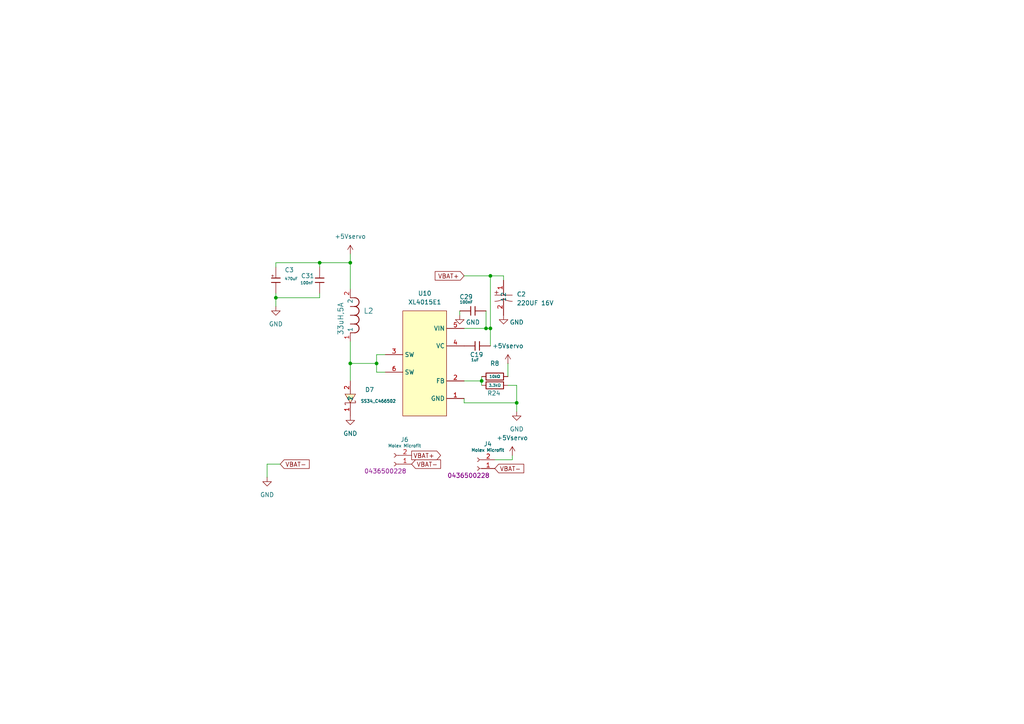
<source format=kicad_sch>
(kicad_sch (version 20250114) (generator "eeschema") (generator_version "9.0")
  (paper "A4")
  (lib_symbols
    (symbol "0402,1uF_2" (pin_numbers (hide yes)) (pin_names (offset 0))
      (property "Reference" "C" (at 2.032 1.668 0))
      (property "Value" "1uF" (at 2.032 -0.3782 0))
      (property "Voltage Rated" "25V" (at 2.032 -2.0462 0))
      (symbol "0402,1uF_2_0_1"
        (polyline (pts (xy -1.27 0.635) (xy 1.27 0.635)) (stroke (width 0.254)))
        (polyline (pts (xy -1.27 -0.635) (xy 1.27 -0.635)) (stroke (width 0.254)))
      )
      (symbol "0402,1uF_2_1_1"
        (pin passive line (at 0 3.81 270) (length 3.175) (name "~") (number "1"))
        (pin passive line (at 0 -3.81 90) (length 3.175) (name "~") (number "2"))
      )
    )
    (symbol "33uHcoil:2107-H-RC" (pin_names (offset 0.254))
      (property "Reference" "L" (at 6.985 5.08 0))
      (property "Value" "2107-H-RC" (at 6.985 -2.54 0))
      (symbol "2107-H-RC_1_1"
        (polyline (pts (xy 2.54 0) (xy 2.54 1.27)) (stroke (width 0.2032)))
        (arc (start 2.54 1.27) (mid 3.81 2.5344) (end 5.08 1.27) (stroke (width 0.254)))
        (polyline (pts (xy 5.08 0) (xy 5.08 1.27)) (stroke (width 0.2032)))
        (arc (start 5.08 1.27) (mid 6.35 2.5344) (end 7.62 1.27) (stroke (width 0.254)))
        (polyline (pts (xy 7.62 0) (xy 7.62 1.27)) (stroke (width 0.2032)))
        (arc (start 7.62 1.27) (mid 8.89 2.5344) (end 10.16 1.27) (stroke (width 0.254)))
        (polyline (pts (xy 10.16 0) (xy 10.16 1.27)) (stroke (width 0.2032)))
        (arc (start 10.16 1.27) (mid 11.43 2.5344) (end 12.7 1.27) (stroke (width 0.254)))
        (polyline (pts (xy 12.7 0) (xy 12.7 1.27)) (stroke (width 0.2032)))
        (pin unspecified line (at 0 0 0) (length 2.54) (name "2") (number "2"))
        (pin unspecified line (at 15.24 0 180) (length 2.54) (name "1") (number "1"))
      )
      (symbol "2107-H-RC_1_2"
        (arc (start -1.27 10.16) (mid -2.5344 11.43) (end -1.27 12.7) (stroke (width 0.254)))
        (arc (start -1.27 7.62) (mid -2.5344 8.89) (end -1.27 10.16) (stroke (width 0.254)))
        (arc (start -1.27 5.08) (mid -2.5344 6.35) (end -1.27 7.62) (stroke (width 0.254)))
        (arc (start -1.27 2.54) (mid -2.5344 3.81) (end -1.27 5.08) (stroke (width 0.254)))
        (polyline (pts (xy 0 12.7) (xy -1.27 12.7)) (stroke (width 0.2032)))
        (polyline (pts (xy 0 10.16) (xy -1.27 10.16)) (stroke (width 0.2032)))
        (polyline (pts (xy 0 7.62) (xy -1.27 7.62)) (stroke (width 0.2032)))
        (polyline (pts (xy 0 5.08) (xy -1.27 5.08)) (stroke (width 0.2032)))
        (polyline (pts (xy 0 2.54) (xy -1.27 2.54)) (stroke (width 0.2032)))
        (pin unspecified line (at 0 15.24 270) (length 2.54) (name "1") (number "1"))
        (pin unspecified line (at 0 0 90) (length 2.54) (name "2") (number "2"))
      )
    )
    (symbol "Connector:Conn_01x02_Socket" (pin_names (offset 1.016) (hide yes))
      (property "Reference" "J" (at 0 2.54 0))
      (property "Value" "Conn_01x02_Socket" (at 0 -5.08 0))
      (symbol "Conn_01x02_Socket_1_1"
        (polyline (pts (xy -1.27 0) (xy -0.508 0)) (stroke (width 0.1524)))
        (polyline (pts (xy -1.27 -2.54) (xy -0.508 -2.54)) (stroke (width 0.1524)))
        (arc (start 0 -0.508) (mid -0.5058 0) (end 0 0.508) (stroke (width 0.1524)))
        (arc (start 0 -3.048) (mid -0.5058 -2.54) (end 0 -2.032) (stroke (width 0.1524)))
        (pin passive line (at -5.08 0 0) (length 3.81) (name "Pin_1") (number "1"))
        (pin passive line (at -5.08 -2.54 0) (length 3.81) (name "Pin_2") (number "2"))
      )
    )
    (symbol "EasyEDA:220UF16V铝电解电容"
      (property "Reference" "C2" (at 3.81 1.0161 0))
      (property "Value" "220UF 16V" (at 3.81 -1.5239 0))
      (symbol "220UF16V铝电解电容_0_1"
        (rectangle (start -2.54 1.52) (end -1.52 1.52) (fill (type background)))
        (polyline (pts (xy -2.54 0.76) (xy 2.54 0.76)))
        (arc (start 0 -0.25) (mid -1.2064 -0.8447) (end -2.54 -1.02))
        (rectangle (start -2.03 2.03) (end -2.03 1.02) (fill (type background)))
        (arc (start 2.54 -1.02) (mid 1.206 -0.8462) (end 0 -0.25))
        (pin unspecified line (at 0 5.08 270) (length 4.318) (name "1") (number "1"))
        (pin unspecified line (at 0 -5.08 90) (length 4.826) (name "2") (number "2"))
      )
    )
    (symbol "EasyEDA:SS34_C466502"
      (property "Reference" "D" (at 0 5.08 0))
      (property "Value" "SS34_C466502" (at 0 -5.08 0))
      (symbol "SS34_C466502_0_1"
        (polyline (pts (xy -1.27 1.52) (xy -1.78 1.52) (xy -1.78 1.27)))
        (polyline (pts (xy -1.27 -1.52) (xy -1.27 1.52)))
        (polyline (pts (xy -1.27 -1.52) (xy -0.76 -1.52) (xy -0.76 -1.27)))
        (polyline (pts (xy 1.27 1.52) (xy -1.27 0) (xy 1.27 -1.52) (xy 1.27 1.52)) (fill (type background)))
        (pin unspecified line (at -5.08 0 0) (length 3.81) (name "1") (number "1"))
        (pin unspecified line (at 5.08 0 180) (length 3.81) (name "2") (number "2"))
      )
    )
    (symbol "EasyEDA:XL4015E1"
      (property "Reference" "U" (at 0 15.24 0))
      (property "Value" "XL4015E1" (at 0 -15.24 0))
      (symbol "XL4015E1_0_1"
        (rectangle (start -6.35 15.24) (end 6.35 -15.24) (fill (type background)))
        (pin unspecified line (at -11.43 2.54 0) (length 5.08) (name "SW") (number "3"))
        (pin unspecified line (at -11.43 -2.54 0) (length 5.08) (name "SW") (number "6"))
        (pin unspecified line (at 11.43 10.16 180) (length 5.08) (name "VIN") (number "5"))
        (pin unspecified line (at 11.43 5.08 180) (length 5.08) (name "VC") (number "4"))
        (pin unspecified line (at 11.43 -5.08 180) (length 5.08) (name "FB") (number "2"))
        (pin unspecified line (at 11.43 -10.16 180) (length 5.08) (name "GND") (number "1"))
      )
    )
    (symbol "PCM_JLCPCB-Capacitors:0402,100nF" (pin_numbers (hide yes)) (pin_names (offset 0))
      (property "Reference" "C" (at 2.032 1.668 0))
      (property "Value" "100nF" (at 2.032 -0.3782 0))
      (property "Voltage Rated" "16V" (at 2.032 -2.0462 0))
      (symbol "0402,100nF_0_1"
        (polyline (pts (xy -1.27 0.635) (xy 1.27 0.635)) (stroke (width 0.254)))
        (polyline (pts (xy -1.27 -0.635) (xy 1.27 -0.635)) (stroke (width 0.254)))
      )
      (symbol "0402,100nF_1_1"
        (pin passive line (at 0 3.81 270) (length 3.175) (name "~") (number "1"))
        (pin passive line (at 0 -3.81 90) (length 3.175) (name "~") (number "2"))
      )
    )
    (symbol "PCM_JLCPCB-Capacitors:Plugin,D10xL16mm,470uF" (pin_numbers (hide yes)) (pin_names (offset 0))
      (property "Reference" "C" (at 2.032 1.668 0))
      (property "Value" "470uF" (at 2.032 -0.3782 0))
      (property "Voltage Rated" "50V" (at 2.032 -2.0462 0))
      (symbol "Plugin,D10xL16mm,470uF_0_1"
        (polyline (pts (xy -1.27 1.27) (xy -0.635 1.27)) (stroke (width 0.127)))
        (polyline (pts (xy -1.27 0.635) (xy 1.27 0.635)) (stroke (width 0.254)))
        (polyline (pts (xy -1.27 -0.635) (xy 1.27 -0.635)) (stroke (width 0.254)))
        (polyline (pts (xy -0.9525 1.5875) (xy -0.9525 0.9525)) (stroke (width 0.127)))
      )
      (symbol "Plugin,D10xL16mm,470uF_1_1"
        (pin passive line (at 0 3.81 270) (length 3.175) (name "~") (number "1"))
        (pin passive line (at 0 -3.81 90) (length 3.175) (name "~") (number "2"))
      )
    )
    (symbol "PCM_JLCPCB-Resistors:0603,10kΩ" (pin_numbers (hide yes)) (pin_names (offset 0))
      (property "Reference" "R" (at 1.778 0 0))
      (property "Value" "10kΩ" (at 0 0 90))
      (symbol "0603,10kΩ_0_1"
        (rectangle (start -1.016 2.54) (end 1.016 -2.54) (stroke (width 0.254)))
      )
      (symbol "0603,10kΩ_1_1"
        (pin passive line (at 0 3.81 270) (length 1.27) (name "~") (number "1"))
        (pin passive line (at 0 -3.81 90) (length 1.27) (name "~") (number "2"))
      )
    )
    (symbol "PCM_JLCPCB-Resistors:0603,3.3kΩ" (pin_numbers (hide yes)) (pin_names (offset 0))
      (property "Reference" "R" (at 1.778 0 0))
      (property "Value" "3.3kΩ" (at 0 0 90))
      (symbol "0603,3.3kΩ_0_1"
        (rectangle (start -1.016 2.54) (end 1.016 -2.54) (stroke (width 0.254)))
      )
      (symbol "0603,3.3kΩ_1_1"
        (pin passive line (at 0 3.81 270) (length 1.27) (name "~") (number "1"))
        (pin passive line (at 0 -3.81 90) (length 1.27) (name "~") (number "2"))
      )
    )
    (symbol "power:+5V" (power) (pin_numbers (hide yes)) (pin_names (offset 0) (hide yes))
      (property "Value" "+5V" (at 0 3.556 0))
      (symbol "+5V_0_1"
        (polyline (pts (xy -0.762 1.27) (xy 0 2.54)))
        (polyline (pts (xy 0 2.54) (xy 0.762 1.27)))
        (polyline (pts (xy 0 0) (xy 0 2.54)))
      )
      (symbol "+5V_1_1"
        (pin power_in line (at 0 0 90) (length 0) (name "~") (number "1"))
      )
    )
    (symbol "power:GND" (power) (pin_numbers (hide yes)) (pin_names (offset 0) (hide yes))
      (property "Value" "GND" (at 0 -3.81 0))
      (symbol "GND_0_1"
        (polyline (pts (xy 0 0) (xy 0 -1.27) (xy 1.27 -1.27) (xy 0 -2.54) (xy -1.27 -1.27) (xy 0 -1.27)))
      )
      (symbol "GND_1_1"
        (pin power_in line (at 0 0 270) (length 0) (name "~") (number "1"))
      )
    )
  )
  (junction (at 142.24 95.25))
  (junction (at 149.86 116.84))
  (junction (at 101.6 76.2))
  (junction (at 142.24 80.01))
  (junction (at 80.01 86.36))
  (junction (at 109.22 105.41))
  (junction (at 92.71 76.2))
  (junction (at 140.97 95.25))
  (junction (at 101.6 105.41))
  (junction (at 139.7 110.49))
  (wire (pts (xy 143.51 133.35) (xy 148.59 133.35)))
  (wire (pts (xy 142.24 80.01) (xy 142.24 95.25)))
  (wire (pts (xy 146.05 81.28) (xy 146.05 80.01)))
  (wire (pts (xy 101.6 83.82) (xy 101.6 76.2)))
  (wire (pts (xy 148.59 133.35) (xy 148.59 132.08)))
  (wire (pts (xy 101.6 105.41) (xy 109.22 105.41)))
  (wire (pts (xy 80.01 86.36) (xy 80.01 88.9)))
  (wire (pts (xy 109.22 105.41) (xy 109.22 107.95)))
  (wire (pts (xy 77.47 134.62) (xy 77.47 138.43)))
  (wire (pts (xy 111.76 102.87) (xy 109.22 102.87)))
  (wire (pts (xy 140.97 95.25) (xy 142.24 95.25)))
  (wire (pts (xy 134.62 80.01) (xy 142.24 80.01)))
  (wire (pts (xy 146.05 80.01) (xy 142.24 80.01)))
  (wire (pts (xy 140.97 90.17) (xy 140.97 95.25)))
  (wire (pts (xy 80.01 86.36) (xy 80.01 85.09)))
  (wire (pts (xy 81.28 134.62) (xy 77.47 134.62)))
  (wire (pts (xy 109.22 107.95) (xy 111.76 107.95)))
  (wire (pts (xy 101.6 76.2) (xy 101.6 73.66)))
  (wire (pts (xy 147.32 105.41) (xy 147.32 109.22)))
  (wire (pts (xy 139.7 110.49) (xy 134.62 110.49)))
  (wire (pts (xy 92.71 76.2) (xy 101.6 76.2)))
  (wire (pts (xy 133.35 90.17) (xy 133.35 91.44)))
  (wire (pts (xy 92.71 76.2) (xy 92.71 77.47)))
  (wire (pts (xy 142.24 95.25) (xy 142.24 100.33)))
  (wire (pts (xy 101.6 99.06) (xy 101.6 105.41)))
  (wire (pts (xy 80.01 76.2) (xy 92.71 76.2)))
  (wire (pts (xy 139.7 109.22) (xy 139.7 110.49)))
  (wire (pts (xy 147.32 111.76) (xy 149.86 111.76)))
  (wire (pts (xy 101.6 105.41) (xy 101.6 110.49)))
  (wire (pts (xy 92.71 86.36) (xy 92.71 85.09)))
  (wire (pts (xy 139.7 110.49) (xy 139.7 111.76)))
  (wire (pts (xy 149.86 111.76) (xy 149.86 116.84)))
  (wire (pts (xy 134.62 95.25) (xy 140.97 95.25)))
  (wire (pts (xy 149.86 116.84) (xy 149.86 119.38)))
  (wire (pts (xy 134.62 116.84) (xy 149.86 116.84)))
  (wire (pts (xy 80.01 86.36) (xy 92.71 86.36)))
  (wire (pts (xy 80.01 77.47) (xy 80.01 76.2)))
  (wire (pts (xy 134.62 116.84) (xy 134.62 115.57)))
  (wire (pts (xy 109.22 102.87) (xy 109.22 105.41)))
  (global_label "VBAT-" (shape input) (at 81.28 134.62 0) (property "Intersheetrefs" "${INTERSHEET_REFS}" (effects (hide yes))))
  (global_label "VBAT-" (shape input) (at 143.51 135.89 0) (property "Intersheetrefs" "${INTERSHEET_REFS}" (effects (hide yes))))
  (global_label "VBAT+" (shape output) (at 119.38 132.08 0) (property "Intersheetrefs" "${INTERSHEET_REFS}" (effects (hide yes))))
  (global_label "VBAT+" (shape input) (at 134.62 80.01 180) (property "Intersheetrefs" "${INTERSHEET_REFS}" (effects (hide yes))))
  (global_label "VBAT-" (shape input) (at 119.38 134.62 0) (property "Intersheetrefs" "${INTERSHEET_REFS}" (effects (hide yes))))
  (symbol (lib_id "PCM_JLCPCB-Resistors:0603,10kΩ") (at 143.51 109.22 90) (unit 1)
    (property "Reference" "R8" (at 143.51 105.41 90))
    (property "Value" "10kΩ" (at 143.51 109.22 90) (effects (font (size 0.8 0.8))))
    (property "Footprint" "PCM_JLCPCB:R_0603" (effects (hide yes)))
    (property "Datasheet" "https://www.lcsc.com/datasheet/lcsc_datasheet_2206010045_UNI-ROYAL-Uniroyal-Elec-0603WAF1002T5E_C25804.pdf" (effects (hide yes)))
    (property "Description" "100mW Thick Film Resistors 75V ±100ppm/°C ±1% 10kΩ 0603 Chip Resistor - Surface Mount ROHS" (effects (hide yes)))
    (property "LCSC" "C25804" (effects (hide yes)))
    (property "Stock" "28829731" (effects (hide yes)))
    (property "Price" "0.004USD" (effects (hide yes)))
    (property "Process" "SMT" (effects (hide yes)))
    (property "Minimum Qty" "20" (effects (hide yes)))
    (property "Attrition Qty" "10" (effects (hide yes)))
    (property "Class" "Basic Component" (effects (hide yes)))
    (property "Category" "Resistors,Chip Resistor - Surface Mount" (effects (hide yes)))
    (property "Manufacturer" "UNI-ROYAL(Uniroyal Elec)" (effects (hide yes)))
    (property "Part" "0603WAF1002T5E" (effects (hide yes)))
    (property "Resistance" "10kΩ" (effects (hide yes)))
    (property "Power(Watts)" "100mW" (effects (hide yes)))
    (property "Type" "Thick Film Resistors" (effects (hide yes)))
    (property "Overload Voltage (Max)" "75V" (effects (hide yes)))
    (property "Operating Temperature Range" "-55°C~+155°C" (effects (hide yes)))
    (property "Tolerance" "±1%" (effects (hide yes)))
    (property "Temperature Coefficient" "±100ppm/°C" (effects (hide yes)))
  )
  (symbol (lib_id "power:+5V") (at 147.32 105.41 0) (unit 1)
    (property "Reference" "#PWR06" (effects (hide yes)))
    (property "Value" "+5Vservo" (at 147.32 100.33 0))
    (property "Description" "Power symbol creates a global label with name \"+5V\"" (effects (hide yes)))
  )
  (symbol (lib_name "0402,1uF_2") (lib_id "PCM_JLCPCB-Capacitors:0402,1uF") (at 138.43 100.33 90) (unit 1)
    (property "Reference" "C19" (at 140.208 102.87 90) (effects (justify left)))
    (property "Value" "1uF" (at 138.938 104.394 90) (effects (font (size 0.8 0.8)) (justify left)))
    (property "Footprint" "PCM_JLCPCB:C_0603" (effects (hide yes)))
    (property "Datasheet" "https://www.lcsc.com/datasheet/lcsc_datasheet_2304140030_Samsung-Electro-Mechanics-CL05A105KA5NQNC_C52923.pdf" (effects (hide yes)))
    (property "Description" "25V 1uF X5R ±10% 0402 Multilayer Ceramic Capacitors MLCC - SMD/SMT ROHS" (effects (hide yes)))
    (property "LCSC" "C52923" (effects (hide yes)))
    (property "Stock" "4952869" (effects (hide yes)))
    (property "Price" "0.006USD" (effects (hide yes)))
    (property "Process" "SMT" (effects (hide yes)))
    (property "Minimum Qty" "20" (effects (hide yes)))
    (property "Attrition Qty" "10" (effects (hide yes)))
    (property "Class" "Basic Component" (effects (hide yes)))
    (property "Category" "Capacitors,Multilayer Ceramic Capacitors MLCC - SMD/SMT" (effects (hide yes)))
    (property "Manufacturer" "Samsung Electro-Mechanics" (effects (hide yes)))
    (property "Part" "CL05A105KA5NQNC" (effects (hide yes)))
    (property "Voltage Rated" "25V" (effects (hide yes)))
    (property "Tolerance" "±10%" (effects (hide yes)))
    (property "Capacitance" "1uF" (effects (hide yes)))
    (property "Temperature Coefficient" "X5R" (effects (hide yes)))
    (property "name" "GRM155R70J105KA12D" (effects (hide yes)))
    (property "Digikey Parts" "CL10B105KO8NNNC" (effects (hide yes)))
  )
  (symbol (lib_id "power:+5V") (at 148.59 132.08 0) (unit 1)
    (property "Reference" "#PWR035" (effects (hide yes)))
    (property "Value" "+5Vservo" (at 148.59 127 0))
    (property "Description" "Power symbol creates a global label with name \"+5V\"" (effects (hide yes)))
  )
  (symbol (lib_id "PCM_JLCPCB-Capacitors:0402,100nF") (at 137.16 90.17 90) (unit 1)
    (property "Reference" "C29" (at 137.16 86.106 90) (effects (justify left)))
    (property "Value" "100nF" (at 137.16 87.63 90) (effects (font (size 0.8 0.8)) (justify left)))
    (property "Footprint" "PCM_JLCPCB:C_0603" (effects (hide yes)))
    (property "Datasheet" "https://www.lcsc.com/datasheet/lcsc_datasheet_2304140030_Samsung-Electro-Mechanics-CL05B104KO5NNNC_C1525.pdf" (effects (hide yes)))
    (property "Description" "16V 100nF X7R ±10% 0402 Multilayer Ceramic Capacitors MLCC - SMD/SMT ROHS" (effects (hide yes)))
    (property "LCSC" "C1525" (effects (hide yes)))
    (property "Stock" "22081787" (effects (hide yes)))
    (property "Price" "0.004USD" (effects (hide yes)))
    (property "Process" "SMT" (effects (hide yes)))
    (property "Minimum Qty" "20" (effects (hide yes)))
    (property "Attrition Qty" "10" (effects (hide yes)))
    (property "Class" "Basic Component" (effects (hide yes)))
    (property "Category" "Capacitors,Multilayer Ceramic Capacitors MLCC - SMD/SMT" (effects (hide yes)))
    (property "Manufacturer" "Samsung Electro-Mechanics" (effects (hide yes)))
    (property "Part" "CL05B104KO5NNNC" (effects (hide yes)))
    (property "Voltage Rated" "16V" (effects (hide yes)))
    (property "Tolerance" "±10%" (effects (hide yes)))
    (property "Capacitance" "100nF" (effects (hide yes)))
    (property "Temperature Coefficient" "X7R" (effects (hide yes)))
    (property "Digikey Parts" "CL10B104KA8NNNC" (effects (hide yes)))
  )
  (symbol (lib_id "PCM_JLCPCB-Resistors:0603,3.3kΩ") (at 143.51 111.76 90) (unit 1)
    (property "Reference" "R24" (at 143.256 114.046 90))
    (property "Value" "3.3kΩ" (at 143.51 111.76 90) (effects (font (size 0.8 0.8))))
    (property "Footprint" "PCM_JLCPCB:R_0603" (effects (hide yes)))
    (property "Datasheet" "https://www.lcsc.com/datasheet/lcsc_datasheet_2206010116_UNI-ROYAL-Uniroyal-Elec-0603WAF3301T5E_C22978.pdf" (effects (hide yes)))
    (property "Description" "100mW Thick Film Resistors 75V ±100ppm/°C ±1% 3.3kΩ 0603 Chip Resistor - Surface Mount ROHS" (effects (hide yes)))
    (property "LCSC" "C22978" (effects (hide yes)))
    (property "Stock" "1944528" (effects (hide yes)))
    (property "Price" "0.004USD" (effects (hide yes)))
    (property "Process" "SMT" (effects (hide yes)))
    (property "Minimum Qty" "20" (effects (hide yes)))
    (property "Attrition Qty" "10" (effects (hide yes)))
    (property "Class" "Basic Component" (effects (hide yes)))
    (property "Category" "Resistors,Chip Resistor - Surface Mount" (effects (hide yes)))
    (property "Manufacturer" "UNI-ROYAL(Uniroyal Elec)" (effects (hide yes)))
    (property "Part" "0603WAF3301T5E" (effects (hide yes)))
    (property "Resistance" "3.3kΩ" (effects (hide yes)))
    (property "Power(Watts)" "100mW" (effects (hide yes)))
    (property "Type" "Thick Film Resistors" (effects (hide yes)))
    (property "Overload Voltage (Max)" "75V" (effects (hide yes)))
    (property "Operating Temperature Range" "-55°C~+155°C" (effects (hide yes)))
    (property "Tolerance" "±1%" (effects (hide yes)))
    (property "Temperature Coefficient" "±100ppm/°C" (effects (hide yes)))
  )
  (symbol (lib_id "EasyEDA:SS34_C466502") (at 101.6 115.57 90) (unit 1)
    (property "Reference" "D7" (at 107.188 113.03 90))
    (property "Value" "SS34_C466502" (at 109.728 116.332 90) (effects (font (size 0.889 0.889))))
    (property "Footprint" "GNSS:DIOM7959X262N" (effects (hide yes)))
    (property "Datasheet" "https://lcsc.com/product-detail/Schottky-Barrier-Diodes-SBD_High-Diode-SS34_C466502.html" (effects (hide yes)))
    (property "LCSC Part" "C466502" (effects (hide yes)))
    (property "Digikey Parts" "SS34" (effects (hide yes)))
  )
  (symbol (lib_id "power:GND") (at 149.86 119.38 0) (unit 1)
    (property "Reference" "#PWR018" (effects (hide yes)))
    (property "Value" "GND" (at 149.86 124.46 0))
    (property "Description" "Power symbol creates a global label with name \"GND\" , ground" (effects (hide yes)))
  )
  (symbol (lib_id "PCM_JLCPCB-Capacitors:0402,100nF") (at 92.71 81.28 180) (unit 1)
    (property "Reference" "C31" (at 91.186 80.01 0) (effects (justify left)))
    (property "Value" "100nF" (at 90.932 82.042 0) (effects (font (size 0.8 0.8)) (justify left)))
    (property "Footprint" "PCM_JLCPCB:C_0603" (effects (hide yes)))
    (property "Datasheet" "https://www.lcsc.com/datasheet/lcsc_datasheet_2304140030_Samsung-Electro-Mechanics-CL05B104KO5NNNC_C1525.pdf" (effects (hide yes)))
    (property "Description" "16V 100nF X7R ±10% 0402 Multilayer Ceramic Capacitors MLCC - SMD/SMT ROHS" (effects (hide yes)))
    (property "LCSC" "C1525" (effects (hide yes)))
    (property "Stock" "22081787" (effects (hide yes)))
    (property "Price" "0.004USD" (effects (hide yes)))
    (property "Process" "SMT" (effects (hide yes)))
    (property "Minimum Qty" "20" (effects (hide yes)))
    (property "Attrition Qty" "10" (effects (hide yes)))
    (property "Class" "Basic Component" (effects (hide yes)))
    (property "Category" "Capacitors,Multilayer Ceramic Capacitors MLCC - SMD/SMT" (effects (hide yes)))
    (property "Manufacturer" "Samsung Electro-Mechanics" (effects (hide yes)))
    (property "Part" "CL05B104KO5NNNC" (effects (hide yes)))
    (property "Voltage Rated" "16V" (effects (hide yes)))
    (property "Tolerance" "±10%" (effects (hide yes)))
    (property "Capacitance" "100nF" (effects (hide yes)))
    (property "Temperature Coefficient" "X7R" (effects (hide yes)))
    (property "Digikey Parts" "CL10B104KA8NNNC" (effects (hide yes)))
  )
  (symbol (lib_id "power:GND") (at 101.6 120.65 0) (unit 1)
    (property "Reference" "#PWR019" (effects (hide yes)))
    (property "Value" "GND" (at 101.6 125.73 0))
    (property "Description" "Power symbol creates a global label with name \"GND\" , ground" (effects (hide yes)))
  )
  (symbol (lib_id "Connector:Conn_01x02_Socket") (at 138.43 135.89 180) (unit 1)
    (property "Reference" "J4" (at 141.478 128.778 0))
    (property "Value" "Molex Microfit" (at 141.478 130.556 0) (effects (font (size 0.889 0.889))))
    (property "Footprint" "Connector_Molex:Molex_Micro-Fit_3.0_43650-0215_1x02_P3.00mm_Vertical" (effects (hide yes)))
    (property "Description" "Generic connector, single row, 01x02, script generated" (effects (hide yes)))
    (property "Digikey Parts" "0436500228" (at 135.89 137.922 0))
  )
  (symbol (lib_id "EasyEDA:220UF16V铝电解电容") (at 146.05 86.36 0) (unit 1)
    (property "Reference" "C2" (at 149.86 85.3439 0) (effects (justify left)))
    (property "Value" "220UF 16V" (at 149.86 87.8839 0) (effects (justify left)))
    (property "Footprint" "EasyEDA:CAP-SMD_BD6.3-L6.6-W6.6-LS7.4-FD" (effects (hide yes)))
    (property "LCSC Part" "C9900003178" (effects (hide yes)))
    (property "Digikey" "UUD1C221MCL1GS" (effects (hide yes)))
  )
  (symbol (lib_id "power:GND") (at 133.35 91.44 0) (unit 1)
    (property "Reference" "#PWR051" (effects (hide yes)))
    (property "Value" "GND" (at 137.16 93.472 0))
    (property "Description" "Power symbol creates a global label with name \"GND\" , ground" (effects (hide yes)))
  )
  (symbol (lib_id "power:GND") (at 80.01 88.9 0) (unit 1)
    (property "Reference" "#PWR050" (effects (hide yes)))
    (property "Value" "GND" (at 80.01 93.98 0))
    (property "Description" "Power symbol creates a global label with name \"GND\" , ground" (effects (hide yes)))
  )
  (symbol (lib_id "EasyEDA:XL4015E1") (at 123.19 105.41 0) (unit 1)
    (property "Reference" "U10" (at 123.19 85.09 0))
    (property "Value" "XL4015E1" (at 123.19 87.63 0))
    (property "Footprint" "EasyEDA:TO-263-5_L10.2-W8.9-P1.70-TL" (effects (hide yes)))
    (property "Datasheet" "https://lcsc.com/product-detail/DC-DC-Converters_XL4015E1_C51661.html" (effects (hide yes)))
    (property "LCSC Part" "C51661" (effects (hide yes)))
  )
  (symbol (lib_id "PCM_JLCPCB-Capacitors:Plugin,D10xL16mm,470uF") (at 80.01 81.28 0) (unit 1)
    (property "Reference" "C3" (at 82.55 78.2954 0) (effects (justify left)))
    (property "Value" "470uF" (at 82.55 80.8355 0) (effects (font (size 0.8 0.8)) (justify left)))
    (property "Footprint" "Capacitor_SMD:CP_Elec_8x10" (effects (hide yes)))
    (property "Datasheet" "https://wmsc.lcsc.com/wmsc/upload/file/pdf/v2/lcsc/2205131445_Man-Yue-Tech-EGT477M1HG16RRS0P_C3015599.pdf" (effects (hide yes)))
    (property "Description" "470uF 50V ±20% Plugin,D10xL16mm Aluminum Electrolytic Capacitors - Leaded ROHS" (effects (hide yes)))
    (property "LCSC" "C3015599" (effects (hide yes)))
    (property "Stock" "2034" (effects (hide yes)))
    (property "Price" "0.185USD" (effects (hide yes)))
    (property "Process" "Hand-Soldered" (effects (hide yes)))
    (property "Minimum Qty" "2" (effects (hide yes)))
    (property "Attrition Qty" "0" (effects (hide yes)))
    (property "Class" "Preferred Component" (effects (hide yes)))
    (property "Category" "Capacitors,Aluminum Electrolytic Capacitors - Leaded" (effects (hide yes)))
    (property "Manufacturer" "Man Yue Tech" (effects (hide yes)))
    (property "Part" "EGT477M1HG16RRS0P" (effects (hide yes)))
    (property "Voltage Rated" "50V" (effects (hide yes)))
    (property "Digikey" "UUD1C471MNL1GS" (effects (hide yes)))
  )
  (symbol (lib_id "power:GND") (at 77.47 138.43 0) (unit 1)
    (property "Reference" "#PWR020" (effects (hide yes)))
    (property "Value" "GND" (at 77.47 143.51 0))
    (property "Description" "Power symbol creates a global label with name \"GND\" , ground" (effects (hide yes)))
  )
  (symbol (lib_id "power:+5V") (at 101.6 73.66 0) (unit 1)
    (property "Reference" "#PWR01" (effects (hide yes)))
    (property "Value" "+5Vservo" (at 101.6 68.58 0))
    (property "Description" "Power symbol creates a global label with name \"+5V\"" (effects (hide yes)))
  )
  (symbol (lib_id "power:GND") (at 146.05 91.44 0) (unit 1)
    (property "Reference" "#PWR048" (effects (hide yes)))
    (property "Value" "GND" (at 149.86 93.472 0))
    (property "Description" "Power symbol creates a global label with name \"GND\" , ground" (effects (hide yes)))
  )
  (symbol (lib_id "Connector:Conn_01x02_Socket") (at 114.3 134.62 180) (unit 1)
    (property "Reference" "J6" (at 117.348 127.508 0))
    (property "Value" "Molex Microfit" (at 117.348 129.286 0) (effects (font (size 0.889 0.889))))
    (property "Footprint" "Connector_Molex:Molex_Micro-Fit_3.0_43650-0215_1x02_P3.00mm_Vertical" (effects (hide yes)))
    (property "Description" "Generic connector, single row, 01x02, script generated" (effects (hide yes)))
    (property "Digikey Parts" "0436500228" (at 111.76 136.652 0))
  )
  (symbol (lib_id "33uHcoil:2107-H-RC") (at 101.6 83.82 270) (unit 1)
    (property "Reference" "L2" (at 105.41 90.1699 90) (effects (font (size 1.524 1.524)) (justify left)))
    (property "Value" "33uH,5A" (at 98.806 87.63 0) (effects (font (size 1.524 1.524)) (justify left)))
    (property "Footprint" "Inductor_SMD:L_Bourns_SRR1208_12.7x12.7mm" (effects (hide yes)))
    (property "Datasheet" "2107-H-RC" (effects (hide yes)))
    (property "Digikey" "HCM1A1307V2-330-R" (effects (hide yes)))
  )
)
</source>
